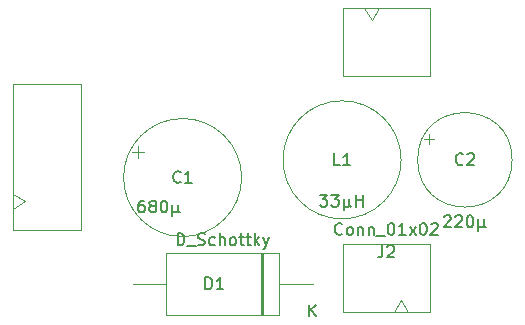
<source format=gbr>
G04 #@! TF.GenerationSoftware,KiCad,Pcbnew,(5.1.4)-1*
G04 #@! TF.CreationDate,2020-01-25T10:26:58+02:00*
G04 #@! TF.ProjectId,power_supply,706f7765-725f-4737-9570-706c792e6b69,rev?*
G04 #@! TF.SameCoordinates,Original*
G04 #@! TF.FileFunction,Other,Fab,Top*
%FSLAX46Y46*%
G04 Gerber Fmt 4.6, Leading zero omitted, Abs format (unit mm)*
G04 Created by KiCad (PCBNEW (5.1.4)-1) date 2020-01-25 10:26:58*
%MOMM*%
%LPD*%
G04 APERTURE LIST*
%ADD10C,0.100000*%
%ADD11C,0.150000*%
G04 APERTURE END LIST*
D10*
X171211139Y-125812500D02*
X171211139Y-126812500D01*
X170711139Y-126312500D02*
X171711139Y-126312500D01*
X180000000Y-128500000D02*
G75*
G03X180000000Y-128500000I-5000000J0D01*
G01*
X202900000Y-127000000D02*
G75*
G03X202900000Y-127000000I-4000000J0D01*
G01*
X195473241Y-125252500D02*
X196273241Y-125252500D01*
X195873241Y-124852500D02*
X195873241Y-125652500D01*
X183145000Y-140105000D02*
X183145000Y-134895000D01*
X183145000Y-134895000D02*
X173615000Y-134895000D01*
X173615000Y-134895000D02*
X173615000Y-140105000D01*
X173615000Y-140105000D02*
X183145000Y-140105000D01*
X186000000Y-137500000D02*
X183145000Y-137500000D01*
X170760000Y-137500000D02*
X173615000Y-137500000D01*
X181715500Y-140105000D02*
X181715500Y-134895000D01*
X181615500Y-140105000D02*
X181615500Y-134895000D01*
X181815500Y-140105000D02*
X181815500Y-134895000D01*
X161650000Y-130500000D02*
X160650000Y-129875000D01*
X160650000Y-131125000D02*
X161650000Y-130500000D01*
X160650000Y-120550000D02*
X160650000Y-132950000D01*
X166400000Y-120550000D02*
X160650000Y-120550000D01*
X166400000Y-132950000D02*
X166400000Y-120550000D01*
X160650000Y-132950000D02*
X166400000Y-132950000D01*
X193500000Y-138850000D02*
X192875000Y-139850000D01*
X194125000Y-139850000D02*
X193500000Y-138850000D01*
X188550000Y-139850000D02*
X195950000Y-139850000D01*
X188550000Y-134100000D02*
X188550000Y-139850000D01*
X195950000Y-134100000D02*
X188550000Y-134100000D01*
X195950000Y-139850000D02*
X195950000Y-134100000D01*
X188550000Y-114150000D02*
X188550000Y-119900000D01*
X188550000Y-119900000D02*
X195950000Y-119900000D01*
X195950000Y-119900000D02*
X195950000Y-114150000D01*
X195950000Y-114150000D02*
X188550000Y-114150000D01*
X190375000Y-114150000D02*
X191000000Y-115150000D01*
X191000000Y-115150000D02*
X191625000Y-114150000D01*
X193500000Y-127000000D02*
G75*
G03X193500000Y-127000000I-5000000J0D01*
G01*
D11*
X171714285Y-130452380D02*
X171523809Y-130452380D01*
X171428571Y-130500000D01*
X171380952Y-130547619D01*
X171285714Y-130690476D01*
X171238095Y-130880952D01*
X171238095Y-131261904D01*
X171285714Y-131357142D01*
X171333333Y-131404761D01*
X171428571Y-131452380D01*
X171619047Y-131452380D01*
X171714285Y-131404761D01*
X171761904Y-131357142D01*
X171809523Y-131261904D01*
X171809523Y-131023809D01*
X171761904Y-130928571D01*
X171714285Y-130880952D01*
X171619047Y-130833333D01*
X171428571Y-130833333D01*
X171333333Y-130880952D01*
X171285714Y-130928571D01*
X171238095Y-131023809D01*
X172380952Y-130880952D02*
X172285714Y-130833333D01*
X172238095Y-130785714D01*
X172190476Y-130690476D01*
X172190476Y-130642857D01*
X172238095Y-130547619D01*
X172285714Y-130500000D01*
X172380952Y-130452380D01*
X172571428Y-130452380D01*
X172666666Y-130500000D01*
X172714285Y-130547619D01*
X172761904Y-130642857D01*
X172761904Y-130690476D01*
X172714285Y-130785714D01*
X172666666Y-130833333D01*
X172571428Y-130880952D01*
X172380952Y-130880952D01*
X172285714Y-130928571D01*
X172238095Y-130976190D01*
X172190476Y-131071428D01*
X172190476Y-131261904D01*
X172238095Y-131357142D01*
X172285714Y-131404761D01*
X172380952Y-131452380D01*
X172571428Y-131452380D01*
X172666666Y-131404761D01*
X172714285Y-131357142D01*
X172761904Y-131261904D01*
X172761904Y-131071428D01*
X172714285Y-130976190D01*
X172666666Y-130928571D01*
X172571428Y-130880952D01*
X173380952Y-130452380D02*
X173476190Y-130452380D01*
X173571428Y-130500000D01*
X173619047Y-130547619D01*
X173666666Y-130642857D01*
X173714285Y-130833333D01*
X173714285Y-131071428D01*
X173666666Y-131261904D01*
X173619047Y-131357142D01*
X173571428Y-131404761D01*
X173476190Y-131452380D01*
X173380952Y-131452380D01*
X173285714Y-131404761D01*
X173238095Y-131357142D01*
X173190476Y-131261904D01*
X173142857Y-131071428D01*
X173142857Y-130833333D01*
X173190476Y-130642857D01*
X173238095Y-130547619D01*
X173285714Y-130500000D01*
X173380952Y-130452380D01*
X174142857Y-130785714D02*
X174142857Y-131785714D01*
X174619047Y-131309523D02*
X174666666Y-131404761D01*
X174761904Y-131452380D01*
X174142857Y-131309523D02*
X174190476Y-131404761D01*
X174285714Y-131452380D01*
X174476190Y-131452380D01*
X174571428Y-131404761D01*
X174619047Y-131309523D01*
X174619047Y-130785714D01*
X174833333Y-128857142D02*
X174785714Y-128904761D01*
X174642857Y-128952380D01*
X174547619Y-128952380D01*
X174404761Y-128904761D01*
X174309523Y-128809523D01*
X174261904Y-128714285D01*
X174214285Y-128523809D01*
X174214285Y-128380952D01*
X174261904Y-128190476D01*
X174309523Y-128095238D01*
X174404761Y-128000000D01*
X174547619Y-127952380D01*
X174642857Y-127952380D01*
X174785714Y-128000000D01*
X174833333Y-128047619D01*
X175785714Y-128952380D02*
X175214285Y-128952380D01*
X175500000Y-128952380D02*
X175500000Y-127952380D01*
X175404761Y-128095238D01*
X175309523Y-128190476D01*
X175214285Y-128238095D01*
X197138095Y-131797619D02*
X197185714Y-131750000D01*
X197280952Y-131702380D01*
X197519047Y-131702380D01*
X197614285Y-131750000D01*
X197661904Y-131797619D01*
X197709523Y-131892857D01*
X197709523Y-131988095D01*
X197661904Y-132130952D01*
X197090476Y-132702380D01*
X197709523Y-132702380D01*
X198090476Y-131797619D02*
X198138095Y-131750000D01*
X198233333Y-131702380D01*
X198471428Y-131702380D01*
X198566666Y-131750000D01*
X198614285Y-131797619D01*
X198661904Y-131892857D01*
X198661904Y-131988095D01*
X198614285Y-132130952D01*
X198042857Y-132702380D01*
X198661904Y-132702380D01*
X199280952Y-131702380D02*
X199376190Y-131702380D01*
X199471428Y-131750000D01*
X199519047Y-131797619D01*
X199566666Y-131892857D01*
X199614285Y-132083333D01*
X199614285Y-132321428D01*
X199566666Y-132511904D01*
X199519047Y-132607142D01*
X199471428Y-132654761D01*
X199376190Y-132702380D01*
X199280952Y-132702380D01*
X199185714Y-132654761D01*
X199138095Y-132607142D01*
X199090476Y-132511904D01*
X199042857Y-132321428D01*
X199042857Y-132083333D01*
X199090476Y-131892857D01*
X199138095Y-131797619D01*
X199185714Y-131750000D01*
X199280952Y-131702380D01*
X200042857Y-132035714D02*
X200042857Y-133035714D01*
X200519047Y-132559523D02*
X200566666Y-132654761D01*
X200661904Y-132702380D01*
X200042857Y-132559523D02*
X200090476Y-132654761D01*
X200185714Y-132702380D01*
X200376190Y-132702380D01*
X200471428Y-132654761D01*
X200519047Y-132559523D01*
X200519047Y-132035714D01*
X198733333Y-127357142D02*
X198685714Y-127404761D01*
X198542857Y-127452380D01*
X198447619Y-127452380D01*
X198304761Y-127404761D01*
X198209523Y-127309523D01*
X198161904Y-127214285D01*
X198114285Y-127023809D01*
X198114285Y-126880952D01*
X198161904Y-126690476D01*
X198209523Y-126595238D01*
X198304761Y-126500000D01*
X198447619Y-126452380D01*
X198542857Y-126452380D01*
X198685714Y-126500000D01*
X198733333Y-126547619D01*
X199114285Y-126547619D02*
X199161904Y-126500000D01*
X199257142Y-126452380D01*
X199495238Y-126452380D01*
X199590476Y-126500000D01*
X199638095Y-126547619D01*
X199685714Y-126642857D01*
X199685714Y-126738095D01*
X199638095Y-126880952D01*
X199066666Y-127452380D01*
X199685714Y-127452380D01*
X174570476Y-134227380D02*
X174570476Y-133227380D01*
X174808571Y-133227380D01*
X174951428Y-133275000D01*
X175046666Y-133370238D01*
X175094285Y-133465476D01*
X175141904Y-133655952D01*
X175141904Y-133798809D01*
X175094285Y-133989285D01*
X175046666Y-134084523D01*
X174951428Y-134179761D01*
X174808571Y-134227380D01*
X174570476Y-134227380D01*
X175332380Y-134322619D02*
X176094285Y-134322619D01*
X176284761Y-134179761D02*
X176427619Y-134227380D01*
X176665714Y-134227380D01*
X176760952Y-134179761D01*
X176808571Y-134132142D01*
X176856190Y-134036904D01*
X176856190Y-133941666D01*
X176808571Y-133846428D01*
X176760952Y-133798809D01*
X176665714Y-133751190D01*
X176475238Y-133703571D01*
X176380000Y-133655952D01*
X176332380Y-133608333D01*
X176284761Y-133513095D01*
X176284761Y-133417857D01*
X176332380Y-133322619D01*
X176380000Y-133275000D01*
X176475238Y-133227380D01*
X176713333Y-133227380D01*
X176856190Y-133275000D01*
X177713333Y-134179761D02*
X177618095Y-134227380D01*
X177427619Y-134227380D01*
X177332380Y-134179761D01*
X177284761Y-134132142D01*
X177237142Y-134036904D01*
X177237142Y-133751190D01*
X177284761Y-133655952D01*
X177332380Y-133608333D01*
X177427619Y-133560714D01*
X177618095Y-133560714D01*
X177713333Y-133608333D01*
X178141904Y-134227380D02*
X178141904Y-133227380D01*
X178570476Y-134227380D02*
X178570476Y-133703571D01*
X178522857Y-133608333D01*
X178427619Y-133560714D01*
X178284761Y-133560714D01*
X178189523Y-133608333D01*
X178141904Y-133655952D01*
X179189523Y-134227380D02*
X179094285Y-134179761D01*
X179046666Y-134132142D01*
X178999047Y-134036904D01*
X178999047Y-133751190D01*
X179046666Y-133655952D01*
X179094285Y-133608333D01*
X179189523Y-133560714D01*
X179332380Y-133560714D01*
X179427619Y-133608333D01*
X179475238Y-133655952D01*
X179522857Y-133751190D01*
X179522857Y-134036904D01*
X179475238Y-134132142D01*
X179427619Y-134179761D01*
X179332380Y-134227380D01*
X179189523Y-134227380D01*
X179808571Y-133560714D02*
X180189523Y-133560714D01*
X179951428Y-133227380D02*
X179951428Y-134084523D01*
X179999047Y-134179761D01*
X180094285Y-134227380D01*
X180189523Y-134227380D01*
X180380000Y-133560714D02*
X180760952Y-133560714D01*
X180522857Y-133227380D02*
X180522857Y-134084523D01*
X180570476Y-134179761D01*
X180665714Y-134227380D01*
X180760952Y-134227380D01*
X181094285Y-134227380D02*
X181094285Y-133227380D01*
X181189523Y-133846428D02*
X181475238Y-134227380D01*
X181475238Y-133560714D02*
X181094285Y-133941666D01*
X181808571Y-133560714D02*
X182046666Y-134227380D01*
X182284761Y-133560714D02*
X182046666Y-134227380D01*
X181951428Y-134465476D01*
X181903809Y-134513095D01*
X181808571Y-134560714D01*
X176927154Y-137952380D02*
X176927154Y-136952380D01*
X177165250Y-136952380D01*
X177308107Y-137000000D01*
X177403345Y-137095238D01*
X177450964Y-137190476D01*
X177498583Y-137380952D01*
X177498583Y-137523809D01*
X177450964Y-137714285D01*
X177403345Y-137809523D01*
X177308107Y-137904761D01*
X177165250Y-137952380D01*
X176927154Y-137952380D01*
X178450964Y-137952380D02*
X177879535Y-137952380D01*
X178165250Y-137952380D02*
X178165250Y-136952380D01*
X178070011Y-137095238D01*
X177974773Y-137190476D01*
X177879535Y-137238095D01*
X185738095Y-140252380D02*
X185738095Y-139252380D01*
X186309523Y-140252380D02*
X185880952Y-139680952D01*
X186309523Y-139252380D02*
X185738095Y-139823809D01*
X188511904Y-133257142D02*
X188464285Y-133304761D01*
X188321428Y-133352380D01*
X188226190Y-133352380D01*
X188083333Y-133304761D01*
X187988095Y-133209523D01*
X187940476Y-133114285D01*
X187892857Y-132923809D01*
X187892857Y-132780952D01*
X187940476Y-132590476D01*
X187988095Y-132495238D01*
X188083333Y-132400000D01*
X188226190Y-132352380D01*
X188321428Y-132352380D01*
X188464285Y-132400000D01*
X188511904Y-132447619D01*
X189083333Y-133352380D02*
X188988095Y-133304761D01*
X188940476Y-133257142D01*
X188892857Y-133161904D01*
X188892857Y-132876190D01*
X188940476Y-132780952D01*
X188988095Y-132733333D01*
X189083333Y-132685714D01*
X189226190Y-132685714D01*
X189321428Y-132733333D01*
X189369047Y-132780952D01*
X189416666Y-132876190D01*
X189416666Y-133161904D01*
X189369047Y-133257142D01*
X189321428Y-133304761D01*
X189226190Y-133352380D01*
X189083333Y-133352380D01*
X189845238Y-132685714D02*
X189845238Y-133352380D01*
X189845238Y-132780952D02*
X189892857Y-132733333D01*
X189988095Y-132685714D01*
X190130952Y-132685714D01*
X190226190Y-132733333D01*
X190273809Y-132828571D01*
X190273809Y-133352380D01*
X190750000Y-132685714D02*
X190750000Y-133352380D01*
X190750000Y-132780952D02*
X190797619Y-132733333D01*
X190892857Y-132685714D01*
X191035714Y-132685714D01*
X191130952Y-132733333D01*
X191178571Y-132828571D01*
X191178571Y-133352380D01*
X191416666Y-133447619D02*
X192178571Y-133447619D01*
X192607142Y-132352380D02*
X192702380Y-132352380D01*
X192797619Y-132400000D01*
X192845238Y-132447619D01*
X192892857Y-132542857D01*
X192940476Y-132733333D01*
X192940476Y-132971428D01*
X192892857Y-133161904D01*
X192845238Y-133257142D01*
X192797619Y-133304761D01*
X192702380Y-133352380D01*
X192607142Y-133352380D01*
X192511904Y-133304761D01*
X192464285Y-133257142D01*
X192416666Y-133161904D01*
X192369047Y-132971428D01*
X192369047Y-132733333D01*
X192416666Y-132542857D01*
X192464285Y-132447619D01*
X192511904Y-132400000D01*
X192607142Y-132352380D01*
X193892857Y-133352380D02*
X193321428Y-133352380D01*
X193607142Y-133352380D02*
X193607142Y-132352380D01*
X193511904Y-132495238D01*
X193416666Y-132590476D01*
X193321428Y-132638095D01*
X194226190Y-133352380D02*
X194750000Y-132685714D01*
X194226190Y-132685714D02*
X194750000Y-133352380D01*
X195321428Y-132352380D02*
X195416666Y-132352380D01*
X195511904Y-132400000D01*
X195559523Y-132447619D01*
X195607142Y-132542857D01*
X195654761Y-132733333D01*
X195654761Y-132971428D01*
X195607142Y-133161904D01*
X195559523Y-133257142D01*
X195511904Y-133304761D01*
X195416666Y-133352380D01*
X195321428Y-133352380D01*
X195226190Y-133304761D01*
X195178571Y-133257142D01*
X195130952Y-133161904D01*
X195083333Y-132971428D01*
X195083333Y-132733333D01*
X195130952Y-132542857D01*
X195178571Y-132447619D01*
X195226190Y-132400000D01*
X195321428Y-132352380D01*
X196035714Y-132447619D02*
X196083333Y-132400000D01*
X196178571Y-132352380D01*
X196416666Y-132352380D01*
X196511904Y-132400000D01*
X196559523Y-132447619D01*
X196607142Y-132542857D01*
X196607142Y-132638095D01*
X196559523Y-132780952D01*
X195988095Y-133352380D01*
X196607142Y-133352380D01*
X191916666Y-134252380D02*
X191916666Y-134966666D01*
X191869047Y-135109523D01*
X191773809Y-135204761D01*
X191630952Y-135252380D01*
X191535714Y-135252380D01*
X192345238Y-134347619D02*
X192392857Y-134300000D01*
X192488095Y-134252380D01*
X192726190Y-134252380D01*
X192821428Y-134300000D01*
X192869047Y-134347619D01*
X192916666Y-134442857D01*
X192916666Y-134538095D01*
X192869047Y-134680952D01*
X192297619Y-135252380D01*
X192916666Y-135252380D01*
X186642857Y-129952380D02*
X187261904Y-129952380D01*
X186928571Y-130333333D01*
X187071428Y-130333333D01*
X187166666Y-130380952D01*
X187214285Y-130428571D01*
X187261904Y-130523809D01*
X187261904Y-130761904D01*
X187214285Y-130857142D01*
X187166666Y-130904761D01*
X187071428Y-130952380D01*
X186785714Y-130952380D01*
X186690476Y-130904761D01*
X186642857Y-130857142D01*
X187595238Y-129952380D02*
X188214285Y-129952380D01*
X187880952Y-130333333D01*
X188023809Y-130333333D01*
X188119047Y-130380952D01*
X188166666Y-130428571D01*
X188214285Y-130523809D01*
X188214285Y-130761904D01*
X188166666Y-130857142D01*
X188119047Y-130904761D01*
X188023809Y-130952380D01*
X187738095Y-130952380D01*
X187642857Y-130904761D01*
X187595238Y-130857142D01*
X188642857Y-130285714D02*
X188642857Y-131285714D01*
X189119047Y-130809523D02*
X189166666Y-130904761D01*
X189261904Y-130952380D01*
X188642857Y-130809523D02*
X188690476Y-130904761D01*
X188785714Y-130952380D01*
X188976190Y-130952380D01*
X189071428Y-130904761D01*
X189119047Y-130809523D01*
X189119047Y-130285714D01*
X189690476Y-130952380D02*
X189690476Y-129952380D01*
X189690476Y-130428571D02*
X190261904Y-130428571D01*
X190261904Y-130952380D02*
X190261904Y-129952380D01*
X188333333Y-127452380D02*
X187857142Y-127452380D01*
X187857142Y-126452380D01*
X189190476Y-127452380D02*
X188619047Y-127452380D01*
X188904761Y-127452380D02*
X188904761Y-126452380D01*
X188809523Y-126595238D01*
X188714285Y-126690476D01*
X188619047Y-126738095D01*
M02*

</source>
